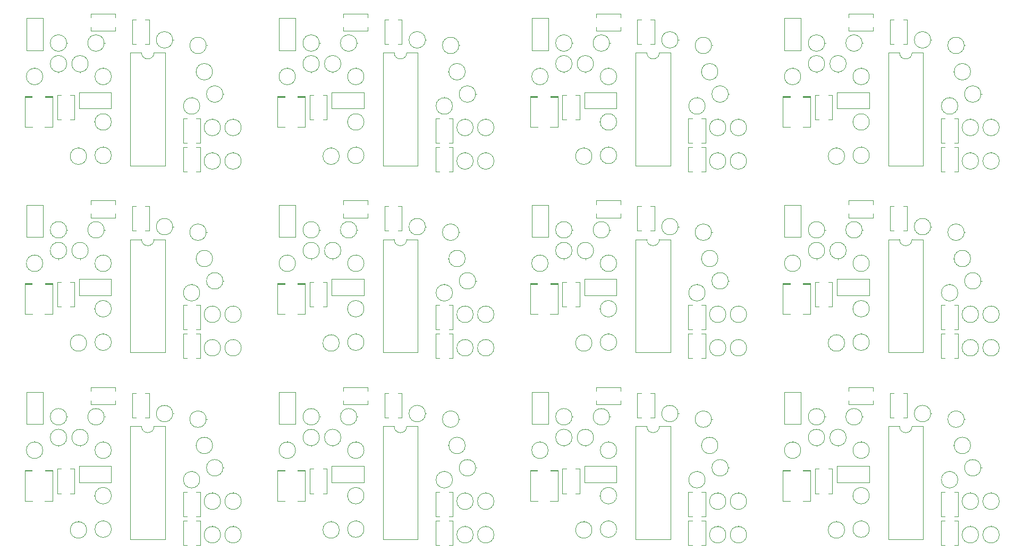
<source format=gbr>
G04 #@! TF.FileFunction,Legend,Top*
%FSLAX46Y46*%
G04 Gerber Fmt 4.6, Leading zero omitted, Abs format (unit mm)*
G04 Created by KiCad (PCBNEW 4.0.6-e0-6349~53~ubuntu16.04.1) date Sat Mar 11 21:42:00 2017*
%MOMM*%
%LPD*%
G01*
G04 APERTURE LIST*
%ADD10C,0.100000*%
%ADD11C,0.120000*%
G04 APERTURE END LIST*
D10*
D11*
X142959920Y-87669300D02*
X142959920Y-91589300D01*
X140239920Y-87669300D02*
X140239920Y-91589300D01*
X142959920Y-87669300D02*
X142349920Y-87669300D01*
X140849920Y-87669300D02*
X140239920Y-87669300D01*
X142959920Y-91589300D02*
X142349920Y-91589300D01*
X140849920Y-91589300D02*
X140239920Y-91589300D01*
X135336920Y-80545300D02*
X135336920Y-75425300D01*
X137956920Y-80545300D02*
X137956920Y-75425300D01*
X135336920Y-80545300D02*
X137956920Y-80545300D01*
X135336920Y-75425300D02*
X137956920Y-75425300D01*
X143718920Y-87196300D02*
X148838920Y-87196300D01*
X143718920Y-89816300D02*
X148838920Y-89816300D01*
X143718920Y-87196300D02*
X143718920Y-89816300D01*
X148838920Y-87196300D02*
X148838920Y-89816300D01*
X165007920Y-83934300D02*
G75*
G03X165007920Y-83934300I-1310000J0D01*
G01*
X162387920Y-83934300D02*
X162257920Y-83934300D01*
X163991920Y-79743300D02*
G75*
G03X163991920Y-79743300I-1310000J0D01*
G01*
X163991920Y-79743300D02*
X164121920Y-79743300D01*
X158657920Y-78854300D02*
G75*
G03X158657920Y-78854300I-1310000J0D01*
G01*
X158657920Y-78854300D02*
X158787920Y-78854300D01*
X166658920Y-87490300D02*
G75*
G03X166658920Y-87490300I-1310000J0D01*
G01*
X166658920Y-87490300D02*
X166788920Y-87490300D01*
X166277920Y-98158300D02*
G75*
G03X166277920Y-98158300I-1310000J0D01*
G01*
X164967920Y-96848300D02*
X164967920Y-96718300D01*
X169579920Y-92824300D02*
G75*
G03X169579920Y-92824300I-1310000J0D01*
G01*
X168269920Y-91514300D02*
X168269920Y-91384300D01*
X162975920Y-89395300D02*
G75*
G03X162975920Y-89395300I-1310000J0D01*
G01*
X161665920Y-88085300D02*
X161665920Y-87955300D01*
X166277920Y-92824300D02*
G75*
G03X166277920Y-92824300I-1310000J0D01*
G01*
X164967920Y-91514300D02*
X164967920Y-91384300D01*
X169579920Y-98158300D02*
G75*
G03X169579920Y-98158300I-1310000J0D01*
G01*
X168269920Y-96848300D02*
X168269920Y-96718300D01*
X148878920Y-97269300D02*
G75*
G03X148878920Y-97269300I-1310000J0D01*
G01*
X147568920Y-95959300D02*
X147568920Y-95829300D01*
X144941920Y-97396300D02*
G75*
G03X144941920Y-97396300I-1310000J0D01*
G01*
X143631920Y-96086300D02*
X143631920Y-95956300D01*
X148878920Y-91935300D02*
G75*
G03X148878920Y-91935300I-1310000J0D01*
G01*
X146258920Y-91935300D02*
X146128920Y-91935300D01*
X148878920Y-84696300D02*
G75*
G03X148878920Y-84696300I-1310000J0D01*
G01*
X147568920Y-83386300D02*
X147568920Y-83256300D01*
X145195920Y-82664300D02*
G75*
G03X145195920Y-82664300I-1310000J0D01*
G01*
X143885920Y-83974300D02*
X143885920Y-84104300D01*
X147735920Y-79362300D02*
G75*
G03X147735920Y-79362300I-1310000J0D01*
G01*
X147735920Y-79362300D02*
X147865920Y-79362300D01*
X141766920Y-79362300D02*
G75*
G03X141766920Y-79362300I-1310000J0D01*
G01*
X141766920Y-79362300D02*
X141896920Y-79362300D01*
X137956920Y-84696300D02*
G75*
G03X137956920Y-84696300I-1310000J0D01*
G01*
X136646920Y-83386300D02*
X136646920Y-83256300D01*
X141766920Y-82664300D02*
G75*
G03X141766920Y-82664300I-1310000J0D01*
G01*
X140456920Y-83974300D02*
X140456920Y-84104300D01*
X155680920Y-80893300D02*
G75*
G02X153680920Y-80893300I-1000000J0D01*
G01*
X153680920Y-80893300D02*
X151910920Y-80893300D01*
X151910920Y-80893300D02*
X151910920Y-98913300D01*
X151910920Y-98913300D02*
X157450920Y-98913300D01*
X157450920Y-98913300D02*
X157450920Y-80893300D01*
X157450920Y-80893300D02*
X155680920Y-80893300D01*
X136231920Y-87961300D02*
X135081920Y-87961300D01*
X135081920Y-87911300D02*
X136231920Y-87911300D01*
X136231920Y-87861300D02*
X135081920Y-87861300D01*
X138331920Y-87861300D02*
X139481920Y-87861300D01*
X139481920Y-87961300D02*
X138331920Y-87961300D01*
X139481920Y-87911300D02*
X138331920Y-87911300D01*
X138331920Y-88011300D02*
X139481920Y-88011300D01*
X136281920Y-92761300D02*
X135081920Y-92761300D01*
X135081920Y-92761300D02*
X135081920Y-88011300D01*
X135081920Y-88011300D02*
X136231920Y-88011300D01*
X139481920Y-88011300D02*
X139481920Y-92761300D01*
X139481920Y-92761300D02*
X138281920Y-92761300D01*
X163025920Y-91352300D02*
X163025920Y-95272300D01*
X160305920Y-91352300D02*
X160305920Y-95272300D01*
X163025920Y-91352300D02*
X162415920Y-91352300D01*
X160915920Y-91352300D02*
X160305920Y-91352300D01*
X163025920Y-95272300D02*
X162415920Y-95272300D01*
X160915920Y-95272300D02*
X160305920Y-95272300D01*
X154897920Y-75604300D02*
X154897920Y-79524300D01*
X152177920Y-75604300D02*
X152177920Y-79524300D01*
X154897920Y-75604300D02*
X154287920Y-75604300D01*
X152787920Y-75604300D02*
X152177920Y-75604300D01*
X154897920Y-79524300D02*
X154287920Y-79524300D01*
X152787920Y-79524300D02*
X152177920Y-79524300D01*
X145588920Y-74700300D02*
X149508920Y-74700300D01*
X145588920Y-77420300D02*
X149508920Y-77420300D01*
X145588920Y-74700300D02*
X145588920Y-75310300D01*
X145588920Y-76810300D02*
X145588920Y-77420300D01*
X149508920Y-74700300D02*
X149508920Y-75310300D01*
X149508920Y-76810300D02*
X149508920Y-77420300D01*
X163025920Y-95924300D02*
X163025920Y-99844300D01*
X160305920Y-95924300D02*
X160305920Y-99844300D01*
X163025920Y-95924300D02*
X162415920Y-95924300D01*
X160915920Y-95924300D02*
X160305920Y-95924300D01*
X163025920Y-99844300D02*
X162415920Y-99844300D01*
X160915920Y-99844300D02*
X160305920Y-99844300D01*
X122769460Y-95924300D02*
X122769460Y-99844300D01*
X120049460Y-95924300D02*
X120049460Y-99844300D01*
X122769460Y-95924300D02*
X122159460Y-95924300D01*
X120659460Y-95924300D02*
X120049460Y-95924300D01*
X122769460Y-99844300D02*
X122159460Y-99844300D01*
X120659460Y-99844300D02*
X120049460Y-99844300D01*
X105332460Y-74700300D02*
X109252460Y-74700300D01*
X105332460Y-77420300D02*
X109252460Y-77420300D01*
X105332460Y-74700300D02*
X105332460Y-75310300D01*
X105332460Y-76810300D02*
X105332460Y-77420300D01*
X109252460Y-74700300D02*
X109252460Y-75310300D01*
X109252460Y-76810300D02*
X109252460Y-77420300D01*
X114641460Y-75604300D02*
X114641460Y-79524300D01*
X111921460Y-75604300D02*
X111921460Y-79524300D01*
X114641460Y-75604300D02*
X114031460Y-75604300D01*
X112531460Y-75604300D02*
X111921460Y-75604300D01*
X114641460Y-79524300D02*
X114031460Y-79524300D01*
X112531460Y-79524300D02*
X111921460Y-79524300D01*
X122769460Y-91352300D02*
X122769460Y-95272300D01*
X120049460Y-91352300D02*
X120049460Y-95272300D01*
X122769460Y-91352300D02*
X122159460Y-91352300D01*
X120659460Y-91352300D02*
X120049460Y-91352300D01*
X122769460Y-95272300D02*
X122159460Y-95272300D01*
X120659460Y-95272300D02*
X120049460Y-95272300D01*
X95975460Y-87961300D02*
X94825460Y-87961300D01*
X94825460Y-87911300D02*
X95975460Y-87911300D01*
X95975460Y-87861300D02*
X94825460Y-87861300D01*
X98075460Y-87861300D02*
X99225460Y-87861300D01*
X99225460Y-87961300D02*
X98075460Y-87961300D01*
X99225460Y-87911300D02*
X98075460Y-87911300D01*
X98075460Y-88011300D02*
X99225460Y-88011300D01*
X96025460Y-92761300D02*
X94825460Y-92761300D01*
X94825460Y-92761300D02*
X94825460Y-88011300D01*
X94825460Y-88011300D02*
X95975460Y-88011300D01*
X99225460Y-88011300D02*
X99225460Y-92761300D01*
X99225460Y-92761300D02*
X98025460Y-92761300D01*
X115424460Y-80893300D02*
G75*
G02X113424460Y-80893300I-1000000J0D01*
G01*
X113424460Y-80893300D02*
X111654460Y-80893300D01*
X111654460Y-80893300D02*
X111654460Y-98913300D01*
X111654460Y-98913300D02*
X117194460Y-98913300D01*
X117194460Y-98913300D02*
X117194460Y-80893300D01*
X117194460Y-80893300D02*
X115424460Y-80893300D01*
X101510460Y-82664300D02*
G75*
G03X101510460Y-82664300I-1310000J0D01*
G01*
X100200460Y-83974300D02*
X100200460Y-84104300D01*
X97700460Y-84696300D02*
G75*
G03X97700460Y-84696300I-1310000J0D01*
G01*
X96390460Y-83386300D02*
X96390460Y-83256300D01*
X101510460Y-79362300D02*
G75*
G03X101510460Y-79362300I-1310000J0D01*
G01*
X101510460Y-79362300D02*
X101640460Y-79362300D01*
X107479460Y-79362300D02*
G75*
G03X107479460Y-79362300I-1310000J0D01*
G01*
X107479460Y-79362300D02*
X107609460Y-79362300D01*
X104939460Y-82664300D02*
G75*
G03X104939460Y-82664300I-1310000J0D01*
G01*
X103629460Y-83974300D02*
X103629460Y-84104300D01*
X108622460Y-84696300D02*
G75*
G03X108622460Y-84696300I-1310000J0D01*
G01*
X107312460Y-83386300D02*
X107312460Y-83256300D01*
X108622460Y-91935300D02*
G75*
G03X108622460Y-91935300I-1310000J0D01*
G01*
X106002460Y-91935300D02*
X105872460Y-91935300D01*
X104685460Y-97396300D02*
G75*
G03X104685460Y-97396300I-1310000J0D01*
G01*
X103375460Y-96086300D02*
X103375460Y-95956300D01*
X108622460Y-97269300D02*
G75*
G03X108622460Y-97269300I-1310000J0D01*
G01*
X107312460Y-95959300D02*
X107312460Y-95829300D01*
X129323460Y-98158300D02*
G75*
G03X129323460Y-98158300I-1310000J0D01*
G01*
X128013460Y-96848300D02*
X128013460Y-96718300D01*
X126021460Y-92824300D02*
G75*
G03X126021460Y-92824300I-1310000J0D01*
G01*
X124711460Y-91514300D02*
X124711460Y-91384300D01*
X122719460Y-89395300D02*
G75*
G03X122719460Y-89395300I-1310000J0D01*
G01*
X121409460Y-88085300D02*
X121409460Y-87955300D01*
X129323460Y-92824300D02*
G75*
G03X129323460Y-92824300I-1310000J0D01*
G01*
X128013460Y-91514300D02*
X128013460Y-91384300D01*
X126021460Y-98158300D02*
G75*
G03X126021460Y-98158300I-1310000J0D01*
G01*
X124711460Y-96848300D02*
X124711460Y-96718300D01*
X126402460Y-87490300D02*
G75*
G03X126402460Y-87490300I-1310000J0D01*
G01*
X126402460Y-87490300D02*
X126532460Y-87490300D01*
X118401460Y-78854300D02*
G75*
G03X118401460Y-78854300I-1310000J0D01*
G01*
X118401460Y-78854300D02*
X118531460Y-78854300D01*
X123735460Y-79743300D02*
G75*
G03X123735460Y-79743300I-1310000J0D01*
G01*
X123735460Y-79743300D02*
X123865460Y-79743300D01*
X124751460Y-83934300D02*
G75*
G03X124751460Y-83934300I-1310000J0D01*
G01*
X122131460Y-83934300D02*
X122001460Y-83934300D01*
X103462460Y-87196300D02*
X108582460Y-87196300D01*
X103462460Y-89816300D02*
X108582460Y-89816300D01*
X103462460Y-87196300D02*
X103462460Y-89816300D01*
X108582460Y-87196300D02*
X108582460Y-89816300D01*
X95080460Y-80545300D02*
X95080460Y-75425300D01*
X97700460Y-80545300D02*
X97700460Y-75425300D01*
X95080460Y-80545300D02*
X97700460Y-80545300D01*
X95080460Y-75425300D02*
X97700460Y-75425300D01*
X102703460Y-87669300D02*
X102703460Y-91589300D01*
X99983460Y-87669300D02*
X99983460Y-91589300D01*
X102703460Y-87669300D02*
X102093460Y-87669300D01*
X100593460Y-87669300D02*
X99983460Y-87669300D01*
X102703460Y-91589300D02*
X102093460Y-91589300D01*
X100593460Y-91589300D02*
X99983460Y-91589300D01*
X62447000Y-87669300D02*
X62447000Y-91589300D01*
X59727000Y-87669300D02*
X59727000Y-91589300D01*
X62447000Y-87669300D02*
X61837000Y-87669300D01*
X60337000Y-87669300D02*
X59727000Y-87669300D01*
X62447000Y-91589300D02*
X61837000Y-91589300D01*
X60337000Y-91589300D02*
X59727000Y-91589300D01*
X54824000Y-80545300D02*
X54824000Y-75425300D01*
X57444000Y-80545300D02*
X57444000Y-75425300D01*
X54824000Y-80545300D02*
X57444000Y-80545300D01*
X54824000Y-75425300D02*
X57444000Y-75425300D01*
X63206000Y-87196300D02*
X68326000Y-87196300D01*
X63206000Y-89816300D02*
X68326000Y-89816300D01*
X63206000Y-87196300D02*
X63206000Y-89816300D01*
X68326000Y-87196300D02*
X68326000Y-89816300D01*
X84495000Y-83934300D02*
G75*
G03X84495000Y-83934300I-1310000J0D01*
G01*
X81875000Y-83934300D02*
X81745000Y-83934300D01*
X83479000Y-79743300D02*
G75*
G03X83479000Y-79743300I-1310000J0D01*
G01*
X83479000Y-79743300D02*
X83609000Y-79743300D01*
X78145000Y-78854300D02*
G75*
G03X78145000Y-78854300I-1310000J0D01*
G01*
X78145000Y-78854300D02*
X78275000Y-78854300D01*
X86146000Y-87490300D02*
G75*
G03X86146000Y-87490300I-1310000J0D01*
G01*
X86146000Y-87490300D02*
X86276000Y-87490300D01*
X85765000Y-98158300D02*
G75*
G03X85765000Y-98158300I-1310000J0D01*
G01*
X84455000Y-96848300D02*
X84455000Y-96718300D01*
X89067000Y-92824300D02*
G75*
G03X89067000Y-92824300I-1310000J0D01*
G01*
X87757000Y-91514300D02*
X87757000Y-91384300D01*
X82463000Y-89395300D02*
G75*
G03X82463000Y-89395300I-1310000J0D01*
G01*
X81153000Y-88085300D02*
X81153000Y-87955300D01*
X85765000Y-92824300D02*
G75*
G03X85765000Y-92824300I-1310000J0D01*
G01*
X84455000Y-91514300D02*
X84455000Y-91384300D01*
X89067000Y-98158300D02*
G75*
G03X89067000Y-98158300I-1310000J0D01*
G01*
X87757000Y-96848300D02*
X87757000Y-96718300D01*
X68366000Y-97269300D02*
G75*
G03X68366000Y-97269300I-1310000J0D01*
G01*
X67056000Y-95959300D02*
X67056000Y-95829300D01*
X64429000Y-97396300D02*
G75*
G03X64429000Y-97396300I-1310000J0D01*
G01*
X63119000Y-96086300D02*
X63119000Y-95956300D01*
X68366000Y-91935300D02*
G75*
G03X68366000Y-91935300I-1310000J0D01*
G01*
X65746000Y-91935300D02*
X65616000Y-91935300D01*
X68366000Y-84696300D02*
G75*
G03X68366000Y-84696300I-1310000J0D01*
G01*
X67056000Y-83386300D02*
X67056000Y-83256300D01*
X64683000Y-82664300D02*
G75*
G03X64683000Y-82664300I-1310000J0D01*
G01*
X63373000Y-83974300D02*
X63373000Y-84104300D01*
X67223000Y-79362300D02*
G75*
G03X67223000Y-79362300I-1310000J0D01*
G01*
X67223000Y-79362300D02*
X67353000Y-79362300D01*
X61254000Y-79362300D02*
G75*
G03X61254000Y-79362300I-1310000J0D01*
G01*
X61254000Y-79362300D02*
X61384000Y-79362300D01*
X57444000Y-84696300D02*
G75*
G03X57444000Y-84696300I-1310000J0D01*
G01*
X56134000Y-83386300D02*
X56134000Y-83256300D01*
X61254000Y-82664300D02*
G75*
G03X61254000Y-82664300I-1310000J0D01*
G01*
X59944000Y-83974300D02*
X59944000Y-84104300D01*
X75168000Y-80893300D02*
G75*
G02X73168000Y-80893300I-1000000J0D01*
G01*
X73168000Y-80893300D02*
X71398000Y-80893300D01*
X71398000Y-80893300D02*
X71398000Y-98913300D01*
X71398000Y-98913300D02*
X76938000Y-98913300D01*
X76938000Y-98913300D02*
X76938000Y-80893300D01*
X76938000Y-80893300D02*
X75168000Y-80893300D01*
X55719000Y-87961300D02*
X54569000Y-87961300D01*
X54569000Y-87911300D02*
X55719000Y-87911300D01*
X55719000Y-87861300D02*
X54569000Y-87861300D01*
X57819000Y-87861300D02*
X58969000Y-87861300D01*
X58969000Y-87961300D02*
X57819000Y-87961300D01*
X58969000Y-87911300D02*
X57819000Y-87911300D01*
X57819000Y-88011300D02*
X58969000Y-88011300D01*
X55769000Y-92761300D02*
X54569000Y-92761300D01*
X54569000Y-92761300D02*
X54569000Y-88011300D01*
X54569000Y-88011300D02*
X55719000Y-88011300D01*
X58969000Y-88011300D02*
X58969000Y-92761300D01*
X58969000Y-92761300D02*
X57769000Y-92761300D01*
X82513000Y-91352300D02*
X82513000Y-95272300D01*
X79793000Y-91352300D02*
X79793000Y-95272300D01*
X82513000Y-91352300D02*
X81903000Y-91352300D01*
X80403000Y-91352300D02*
X79793000Y-91352300D01*
X82513000Y-95272300D02*
X81903000Y-95272300D01*
X80403000Y-95272300D02*
X79793000Y-95272300D01*
X74385000Y-75604300D02*
X74385000Y-79524300D01*
X71665000Y-75604300D02*
X71665000Y-79524300D01*
X74385000Y-75604300D02*
X73775000Y-75604300D01*
X72275000Y-75604300D02*
X71665000Y-75604300D01*
X74385000Y-79524300D02*
X73775000Y-79524300D01*
X72275000Y-79524300D02*
X71665000Y-79524300D01*
X65076000Y-74700300D02*
X68996000Y-74700300D01*
X65076000Y-77420300D02*
X68996000Y-77420300D01*
X65076000Y-74700300D02*
X65076000Y-75310300D01*
X65076000Y-76810300D02*
X65076000Y-77420300D01*
X68996000Y-74700300D02*
X68996000Y-75310300D01*
X68996000Y-76810300D02*
X68996000Y-77420300D01*
X82513000Y-95924300D02*
X82513000Y-99844300D01*
X79793000Y-95924300D02*
X79793000Y-99844300D01*
X82513000Y-95924300D02*
X81903000Y-95924300D01*
X80403000Y-95924300D02*
X79793000Y-95924300D01*
X82513000Y-99844300D02*
X81903000Y-99844300D01*
X80403000Y-99844300D02*
X79793000Y-99844300D01*
X42254000Y-95924300D02*
X42254000Y-99844300D01*
X39534000Y-95924300D02*
X39534000Y-99844300D01*
X42254000Y-95924300D02*
X41644000Y-95924300D01*
X40144000Y-95924300D02*
X39534000Y-95924300D01*
X42254000Y-99844300D02*
X41644000Y-99844300D01*
X40144000Y-99844300D02*
X39534000Y-99844300D01*
X24817000Y-74700300D02*
X28737000Y-74700300D01*
X24817000Y-77420300D02*
X28737000Y-77420300D01*
X24817000Y-74700300D02*
X24817000Y-75310300D01*
X24817000Y-76810300D02*
X24817000Y-77420300D01*
X28737000Y-74700300D02*
X28737000Y-75310300D01*
X28737000Y-76810300D02*
X28737000Y-77420300D01*
X34126000Y-75604300D02*
X34126000Y-79524300D01*
X31406000Y-75604300D02*
X31406000Y-79524300D01*
X34126000Y-75604300D02*
X33516000Y-75604300D01*
X32016000Y-75604300D02*
X31406000Y-75604300D01*
X34126000Y-79524300D02*
X33516000Y-79524300D01*
X32016000Y-79524300D02*
X31406000Y-79524300D01*
X42254000Y-91352300D02*
X42254000Y-95272300D01*
X39534000Y-91352300D02*
X39534000Y-95272300D01*
X42254000Y-91352300D02*
X41644000Y-91352300D01*
X40144000Y-91352300D02*
X39534000Y-91352300D01*
X42254000Y-95272300D02*
X41644000Y-95272300D01*
X40144000Y-95272300D02*
X39534000Y-95272300D01*
X15460000Y-87961300D02*
X14310000Y-87961300D01*
X14310000Y-87911300D02*
X15460000Y-87911300D01*
X15460000Y-87861300D02*
X14310000Y-87861300D01*
X17560000Y-87861300D02*
X18710000Y-87861300D01*
X18710000Y-87961300D02*
X17560000Y-87961300D01*
X18710000Y-87911300D02*
X17560000Y-87911300D01*
X17560000Y-88011300D02*
X18710000Y-88011300D01*
X15510000Y-92761300D02*
X14310000Y-92761300D01*
X14310000Y-92761300D02*
X14310000Y-88011300D01*
X14310000Y-88011300D02*
X15460000Y-88011300D01*
X18710000Y-88011300D02*
X18710000Y-92761300D01*
X18710000Y-92761300D02*
X17510000Y-92761300D01*
X34909000Y-80893300D02*
G75*
G02X32909000Y-80893300I-1000000J0D01*
G01*
X32909000Y-80893300D02*
X31139000Y-80893300D01*
X31139000Y-80893300D02*
X31139000Y-98913300D01*
X31139000Y-98913300D02*
X36679000Y-98913300D01*
X36679000Y-98913300D02*
X36679000Y-80893300D01*
X36679000Y-80893300D02*
X34909000Y-80893300D01*
X20995000Y-82664300D02*
G75*
G03X20995000Y-82664300I-1310000J0D01*
G01*
X19685000Y-83974300D02*
X19685000Y-84104300D01*
X17185000Y-84696300D02*
G75*
G03X17185000Y-84696300I-1310000J0D01*
G01*
X15875000Y-83386300D02*
X15875000Y-83256300D01*
X20995000Y-79362300D02*
G75*
G03X20995000Y-79362300I-1310000J0D01*
G01*
X20995000Y-79362300D02*
X21125000Y-79362300D01*
X26964000Y-79362300D02*
G75*
G03X26964000Y-79362300I-1310000J0D01*
G01*
X26964000Y-79362300D02*
X27094000Y-79362300D01*
X24424000Y-82664300D02*
G75*
G03X24424000Y-82664300I-1310000J0D01*
G01*
X23114000Y-83974300D02*
X23114000Y-84104300D01*
X28107000Y-84696300D02*
G75*
G03X28107000Y-84696300I-1310000J0D01*
G01*
X26797000Y-83386300D02*
X26797000Y-83256300D01*
X28107000Y-91935300D02*
G75*
G03X28107000Y-91935300I-1310000J0D01*
G01*
X25487000Y-91935300D02*
X25357000Y-91935300D01*
X24170000Y-97396300D02*
G75*
G03X24170000Y-97396300I-1310000J0D01*
G01*
X22860000Y-96086300D02*
X22860000Y-95956300D01*
X28107000Y-97269300D02*
G75*
G03X28107000Y-97269300I-1310000J0D01*
G01*
X26797000Y-95959300D02*
X26797000Y-95829300D01*
X48808000Y-98158300D02*
G75*
G03X48808000Y-98158300I-1310000J0D01*
G01*
X47498000Y-96848300D02*
X47498000Y-96718300D01*
X45506000Y-92824300D02*
G75*
G03X45506000Y-92824300I-1310000J0D01*
G01*
X44196000Y-91514300D02*
X44196000Y-91384300D01*
X42204000Y-89395300D02*
G75*
G03X42204000Y-89395300I-1310000J0D01*
G01*
X40894000Y-88085300D02*
X40894000Y-87955300D01*
X48808000Y-92824300D02*
G75*
G03X48808000Y-92824300I-1310000J0D01*
G01*
X47498000Y-91514300D02*
X47498000Y-91384300D01*
X45506000Y-98158300D02*
G75*
G03X45506000Y-98158300I-1310000J0D01*
G01*
X44196000Y-96848300D02*
X44196000Y-96718300D01*
X45887000Y-87490300D02*
G75*
G03X45887000Y-87490300I-1310000J0D01*
G01*
X45887000Y-87490300D02*
X46017000Y-87490300D01*
X37886000Y-78854300D02*
G75*
G03X37886000Y-78854300I-1310000J0D01*
G01*
X37886000Y-78854300D02*
X38016000Y-78854300D01*
X43220000Y-79743300D02*
G75*
G03X43220000Y-79743300I-1310000J0D01*
G01*
X43220000Y-79743300D02*
X43350000Y-79743300D01*
X44236000Y-83934300D02*
G75*
G03X44236000Y-83934300I-1310000J0D01*
G01*
X41616000Y-83934300D02*
X41486000Y-83934300D01*
X22947000Y-87196300D02*
X28067000Y-87196300D01*
X22947000Y-89816300D02*
X28067000Y-89816300D01*
X22947000Y-87196300D02*
X22947000Y-89816300D01*
X28067000Y-87196300D02*
X28067000Y-89816300D01*
X14565000Y-80545300D02*
X14565000Y-75425300D01*
X17185000Y-80545300D02*
X17185000Y-75425300D01*
X14565000Y-80545300D02*
X17185000Y-80545300D01*
X14565000Y-75425300D02*
X17185000Y-75425300D01*
X22188000Y-87669300D02*
X22188000Y-91589300D01*
X19468000Y-87669300D02*
X19468000Y-91589300D01*
X22188000Y-87669300D02*
X21578000Y-87669300D01*
X20078000Y-87669300D02*
X19468000Y-87669300D01*
X22188000Y-91589300D02*
X21578000Y-91589300D01*
X20078000Y-91589300D02*
X19468000Y-91589300D01*
X22188000Y-57882720D02*
X22188000Y-61802720D01*
X19468000Y-57882720D02*
X19468000Y-61802720D01*
X22188000Y-57882720D02*
X21578000Y-57882720D01*
X20078000Y-57882720D02*
X19468000Y-57882720D01*
X22188000Y-61802720D02*
X21578000Y-61802720D01*
X20078000Y-61802720D02*
X19468000Y-61802720D01*
X14565000Y-50758720D02*
X14565000Y-45638720D01*
X17185000Y-50758720D02*
X17185000Y-45638720D01*
X14565000Y-50758720D02*
X17185000Y-50758720D01*
X14565000Y-45638720D02*
X17185000Y-45638720D01*
X22947000Y-57409720D02*
X28067000Y-57409720D01*
X22947000Y-60029720D02*
X28067000Y-60029720D01*
X22947000Y-57409720D02*
X22947000Y-60029720D01*
X28067000Y-57409720D02*
X28067000Y-60029720D01*
X44236000Y-54147720D02*
G75*
G03X44236000Y-54147720I-1310000J0D01*
G01*
X41616000Y-54147720D02*
X41486000Y-54147720D01*
X43220000Y-49956720D02*
G75*
G03X43220000Y-49956720I-1310000J0D01*
G01*
X43220000Y-49956720D02*
X43350000Y-49956720D01*
X37886000Y-49067720D02*
G75*
G03X37886000Y-49067720I-1310000J0D01*
G01*
X37886000Y-49067720D02*
X38016000Y-49067720D01*
X45887000Y-57703720D02*
G75*
G03X45887000Y-57703720I-1310000J0D01*
G01*
X45887000Y-57703720D02*
X46017000Y-57703720D01*
X45506000Y-68371720D02*
G75*
G03X45506000Y-68371720I-1310000J0D01*
G01*
X44196000Y-67061720D02*
X44196000Y-66931720D01*
X48808000Y-63037720D02*
G75*
G03X48808000Y-63037720I-1310000J0D01*
G01*
X47498000Y-61727720D02*
X47498000Y-61597720D01*
X42204000Y-59608720D02*
G75*
G03X42204000Y-59608720I-1310000J0D01*
G01*
X40894000Y-58298720D02*
X40894000Y-58168720D01*
X45506000Y-63037720D02*
G75*
G03X45506000Y-63037720I-1310000J0D01*
G01*
X44196000Y-61727720D02*
X44196000Y-61597720D01*
X48808000Y-68371720D02*
G75*
G03X48808000Y-68371720I-1310000J0D01*
G01*
X47498000Y-67061720D02*
X47498000Y-66931720D01*
X28107000Y-67482720D02*
G75*
G03X28107000Y-67482720I-1310000J0D01*
G01*
X26797000Y-66172720D02*
X26797000Y-66042720D01*
X24170000Y-67609720D02*
G75*
G03X24170000Y-67609720I-1310000J0D01*
G01*
X22860000Y-66299720D02*
X22860000Y-66169720D01*
X28107000Y-62148720D02*
G75*
G03X28107000Y-62148720I-1310000J0D01*
G01*
X25487000Y-62148720D02*
X25357000Y-62148720D01*
X28107000Y-54909720D02*
G75*
G03X28107000Y-54909720I-1310000J0D01*
G01*
X26797000Y-53599720D02*
X26797000Y-53469720D01*
X24424000Y-52877720D02*
G75*
G03X24424000Y-52877720I-1310000J0D01*
G01*
X23114000Y-54187720D02*
X23114000Y-54317720D01*
X26964000Y-49575720D02*
G75*
G03X26964000Y-49575720I-1310000J0D01*
G01*
X26964000Y-49575720D02*
X27094000Y-49575720D01*
X20995000Y-49575720D02*
G75*
G03X20995000Y-49575720I-1310000J0D01*
G01*
X20995000Y-49575720D02*
X21125000Y-49575720D01*
X17185000Y-54909720D02*
G75*
G03X17185000Y-54909720I-1310000J0D01*
G01*
X15875000Y-53599720D02*
X15875000Y-53469720D01*
X20995000Y-52877720D02*
G75*
G03X20995000Y-52877720I-1310000J0D01*
G01*
X19685000Y-54187720D02*
X19685000Y-54317720D01*
X34909000Y-51106720D02*
G75*
G02X32909000Y-51106720I-1000000J0D01*
G01*
X32909000Y-51106720D02*
X31139000Y-51106720D01*
X31139000Y-51106720D02*
X31139000Y-69126720D01*
X31139000Y-69126720D02*
X36679000Y-69126720D01*
X36679000Y-69126720D02*
X36679000Y-51106720D01*
X36679000Y-51106720D02*
X34909000Y-51106720D01*
X15460000Y-58174720D02*
X14310000Y-58174720D01*
X14310000Y-58124720D02*
X15460000Y-58124720D01*
X15460000Y-58074720D02*
X14310000Y-58074720D01*
X17560000Y-58074720D02*
X18710000Y-58074720D01*
X18710000Y-58174720D02*
X17560000Y-58174720D01*
X18710000Y-58124720D02*
X17560000Y-58124720D01*
X17560000Y-58224720D02*
X18710000Y-58224720D01*
X15510000Y-62974720D02*
X14310000Y-62974720D01*
X14310000Y-62974720D02*
X14310000Y-58224720D01*
X14310000Y-58224720D02*
X15460000Y-58224720D01*
X18710000Y-58224720D02*
X18710000Y-62974720D01*
X18710000Y-62974720D02*
X17510000Y-62974720D01*
X42254000Y-61565720D02*
X42254000Y-65485720D01*
X39534000Y-61565720D02*
X39534000Y-65485720D01*
X42254000Y-61565720D02*
X41644000Y-61565720D01*
X40144000Y-61565720D02*
X39534000Y-61565720D01*
X42254000Y-65485720D02*
X41644000Y-65485720D01*
X40144000Y-65485720D02*
X39534000Y-65485720D01*
X34126000Y-45817720D02*
X34126000Y-49737720D01*
X31406000Y-45817720D02*
X31406000Y-49737720D01*
X34126000Y-45817720D02*
X33516000Y-45817720D01*
X32016000Y-45817720D02*
X31406000Y-45817720D01*
X34126000Y-49737720D02*
X33516000Y-49737720D01*
X32016000Y-49737720D02*
X31406000Y-49737720D01*
X24817000Y-44913720D02*
X28737000Y-44913720D01*
X24817000Y-47633720D02*
X28737000Y-47633720D01*
X24817000Y-44913720D02*
X24817000Y-45523720D01*
X24817000Y-47023720D02*
X24817000Y-47633720D01*
X28737000Y-44913720D02*
X28737000Y-45523720D01*
X28737000Y-47023720D02*
X28737000Y-47633720D01*
X42254000Y-66137720D02*
X42254000Y-70057720D01*
X39534000Y-66137720D02*
X39534000Y-70057720D01*
X42254000Y-66137720D02*
X41644000Y-66137720D01*
X40144000Y-66137720D02*
X39534000Y-66137720D01*
X42254000Y-70057720D02*
X41644000Y-70057720D01*
X40144000Y-70057720D02*
X39534000Y-70057720D01*
X82513000Y-66137720D02*
X82513000Y-70057720D01*
X79793000Y-66137720D02*
X79793000Y-70057720D01*
X82513000Y-66137720D02*
X81903000Y-66137720D01*
X80403000Y-66137720D02*
X79793000Y-66137720D01*
X82513000Y-70057720D02*
X81903000Y-70057720D01*
X80403000Y-70057720D02*
X79793000Y-70057720D01*
X65076000Y-44913720D02*
X68996000Y-44913720D01*
X65076000Y-47633720D02*
X68996000Y-47633720D01*
X65076000Y-44913720D02*
X65076000Y-45523720D01*
X65076000Y-47023720D02*
X65076000Y-47633720D01*
X68996000Y-44913720D02*
X68996000Y-45523720D01*
X68996000Y-47023720D02*
X68996000Y-47633720D01*
X74385000Y-45817720D02*
X74385000Y-49737720D01*
X71665000Y-45817720D02*
X71665000Y-49737720D01*
X74385000Y-45817720D02*
X73775000Y-45817720D01*
X72275000Y-45817720D02*
X71665000Y-45817720D01*
X74385000Y-49737720D02*
X73775000Y-49737720D01*
X72275000Y-49737720D02*
X71665000Y-49737720D01*
X82513000Y-61565720D02*
X82513000Y-65485720D01*
X79793000Y-61565720D02*
X79793000Y-65485720D01*
X82513000Y-61565720D02*
X81903000Y-61565720D01*
X80403000Y-61565720D02*
X79793000Y-61565720D01*
X82513000Y-65485720D02*
X81903000Y-65485720D01*
X80403000Y-65485720D02*
X79793000Y-65485720D01*
X55719000Y-58174720D02*
X54569000Y-58174720D01*
X54569000Y-58124720D02*
X55719000Y-58124720D01*
X55719000Y-58074720D02*
X54569000Y-58074720D01*
X57819000Y-58074720D02*
X58969000Y-58074720D01*
X58969000Y-58174720D02*
X57819000Y-58174720D01*
X58969000Y-58124720D02*
X57819000Y-58124720D01*
X57819000Y-58224720D02*
X58969000Y-58224720D01*
X55769000Y-62974720D02*
X54569000Y-62974720D01*
X54569000Y-62974720D02*
X54569000Y-58224720D01*
X54569000Y-58224720D02*
X55719000Y-58224720D01*
X58969000Y-58224720D02*
X58969000Y-62974720D01*
X58969000Y-62974720D02*
X57769000Y-62974720D01*
X75168000Y-51106720D02*
G75*
G02X73168000Y-51106720I-1000000J0D01*
G01*
X73168000Y-51106720D02*
X71398000Y-51106720D01*
X71398000Y-51106720D02*
X71398000Y-69126720D01*
X71398000Y-69126720D02*
X76938000Y-69126720D01*
X76938000Y-69126720D02*
X76938000Y-51106720D01*
X76938000Y-51106720D02*
X75168000Y-51106720D01*
X61254000Y-52877720D02*
G75*
G03X61254000Y-52877720I-1310000J0D01*
G01*
X59944000Y-54187720D02*
X59944000Y-54317720D01*
X57444000Y-54909720D02*
G75*
G03X57444000Y-54909720I-1310000J0D01*
G01*
X56134000Y-53599720D02*
X56134000Y-53469720D01*
X61254000Y-49575720D02*
G75*
G03X61254000Y-49575720I-1310000J0D01*
G01*
X61254000Y-49575720D02*
X61384000Y-49575720D01*
X67223000Y-49575720D02*
G75*
G03X67223000Y-49575720I-1310000J0D01*
G01*
X67223000Y-49575720D02*
X67353000Y-49575720D01*
X64683000Y-52877720D02*
G75*
G03X64683000Y-52877720I-1310000J0D01*
G01*
X63373000Y-54187720D02*
X63373000Y-54317720D01*
X68366000Y-54909720D02*
G75*
G03X68366000Y-54909720I-1310000J0D01*
G01*
X67056000Y-53599720D02*
X67056000Y-53469720D01*
X68366000Y-62148720D02*
G75*
G03X68366000Y-62148720I-1310000J0D01*
G01*
X65746000Y-62148720D02*
X65616000Y-62148720D01*
X64429000Y-67609720D02*
G75*
G03X64429000Y-67609720I-1310000J0D01*
G01*
X63119000Y-66299720D02*
X63119000Y-66169720D01*
X68366000Y-67482720D02*
G75*
G03X68366000Y-67482720I-1310000J0D01*
G01*
X67056000Y-66172720D02*
X67056000Y-66042720D01*
X89067000Y-68371720D02*
G75*
G03X89067000Y-68371720I-1310000J0D01*
G01*
X87757000Y-67061720D02*
X87757000Y-66931720D01*
X85765000Y-63037720D02*
G75*
G03X85765000Y-63037720I-1310000J0D01*
G01*
X84455000Y-61727720D02*
X84455000Y-61597720D01*
X82463000Y-59608720D02*
G75*
G03X82463000Y-59608720I-1310000J0D01*
G01*
X81153000Y-58298720D02*
X81153000Y-58168720D01*
X89067000Y-63037720D02*
G75*
G03X89067000Y-63037720I-1310000J0D01*
G01*
X87757000Y-61727720D02*
X87757000Y-61597720D01*
X85765000Y-68371720D02*
G75*
G03X85765000Y-68371720I-1310000J0D01*
G01*
X84455000Y-67061720D02*
X84455000Y-66931720D01*
X86146000Y-57703720D02*
G75*
G03X86146000Y-57703720I-1310000J0D01*
G01*
X86146000Y-57703720D02*
X86276000Y-57703720D01*
X78145000Y-49067720D02*
G75*
G03X78145000Y-49067720I-1310000J0D01*
G01*
X78145000Y-49067720D02*
X78275000Y-49067720D01*
X83479000Y-49956720D02*
G75*
G03X83479000Y-49956720I-1310000J0D01*
G01*
X83479000Y-49956720D02*
X83609000Y-49956720D01*
X84495000Y-54147720D02*
G75*
G03X84495000Y-54147720I-1310000J0D01*
G01*
X81875000Y-54147720D02*
X81745000Y-54147720D01*
X63206000Y-57409720D02*
X68326000Y-57409720D01*
X63206000Y-60029720D02*
X68326000Y-60029720D01*
X63206000Y-57409720D02*
X63206000Y-60029720D01*
X68326000Y-57409720D02*
X68326000Y-60029720D01*
X54824000Y-50758720D02*
X54824000Y-45638720D01*
X57444000Y-50758720D02*
X57444000Y-45638720D01*
X54824000Y-50758720D02*
X57444000Y-50758720D01*
X54824000Y-45638720D02*
X57444000Y-45638720D01*
X62447000Y-57882720D02*
X62447000Y-61802720D01*
X59727000Y-57882720D02*
X59727000Y-61802720D01*
X62447000Y-57882720D02*
X61837000Y-57882720D01*
X60337000Y-57882720D02*
X59727000Y-57882720D01*
X62447000Y-61802720D02*
X61837000Y-61802720D01*
X60337000Y-61802720D02*
X59727000Y-61802720D01*
X102703460Y-57882720D02*
X102703460Y-61802720D01*
X99983460Y-57882720D02*
X99983460Y-61802720D01*
X102703460Y-57882720D02*
X102093460Y-57882720D01*
X100593460Y-57882720D02*
X99983460Y-57882720D01*
X102703460Y-61802720D02*
X102093460Y-61802720D01*
X100593460Y-61802720D02*
X99983460Y-61802720D01*
X95080460Y-50758720D02*
X95080460Y-45638720D01*
X97700460Y-50758720D02*
X97700460Y-45638720D01*
X95080460Y-50758720D02*
X97700460Y-50758720D01*
X95080460Y-45638720D02*
X97700460Y-45638720D01*
X103462460Y-57409720D02*
X108582460Y-57409720D01*
X103462460Y-60029720D02*
X108582460Y-60029720D01*
X103462460Y-57409720D02*
X103462460Y-60029720D01*
X108582460Y-57409720D02*
X108582460Y-60029720D01*
X124751460Y-54147720D02*
G75*
G03X124751460Y-54147720I-1310000J0D01*
G01*
X122131460Y-54147720D02*
X122001460Y-54147720D01*
X123735460Y-49956720D02*
G75*
G03X123735460Y-49956720I-1310000J0D01*
G01*
X123735460Y-49956720D02*
X123865460Y-49956720D01*
X118401460Y-49067720D02*
G75*
G03X118401460Y-49067720I-1310000J0D01*
G01*
X118401460Y-49067720D02*
X118531460Y-49067720D01*
X126402460Y-57703720D02*
G75*
G03X126402460Y-57703720I-1310000J0D01*
G01*
X126402460Y-57703720D02*
X126532460Y-57703720D01*
X126021460Y-68371720D02*
G75*
G03X126021460Y-68371720I-1310000J0D01*
G01*
X124711460Y-67061720D02*
X124711460Y-66931720D01*
X129323460Y-63037720D02*
G75*
G03X129323460Y-63037720I-1310000J0D01*
G01*
X128013460Y-61727720D02*
X128013460Y-61597720D01*
X122719460Y-59608720D02*
G75*
G03X122719460Y-59608720I-1310000J0D01*
G01*
X121409460Y-58298720D02*
X121409460Y-58168720D01*
X126021460Y-63037720D02*
G75*
G03X126021460Y-63037720I-1310000J0D01*
G01*
X124711460Y-61727720D02*
X124711460Y-61597720D01*
X129323460Y-68371720D02*
G75*
G03X129323460Y-68371720I-1310000J0D01*
G01*
X128013460Y-67061720D02*
X128013460Y-66931720D01*
X108622460Y-67482720D02*
G75*
G03X108622460Y-67482720I-1310000J0D01*
G01*
X107312460Y-66172720D02*
X107312460Y-66042720D01*
X104685460Y-67609720D02*
G75*
G03X104685460Y-67609720I-1310000J0D01*
G01*
X103375460Y-66299720D02*
X103375460Y-66169720D01*
X108622460Y-62148720D02*
G75*
G03X108622460Y-62148720I-1310000J0D01*
G01*
X106002460Y-62148720D02*
X105872460Y-62148720D01*
X108622460Y-54909720D02*
G75*
G03X108622460Y-54909720I-1310000J0D01*
G01*
X107312460Y-53599720D02*
X107312460Y-53469720D01*
X104939460Y-52877720D02*
G75*
G03X104939460Y-52877720I-1310000J0D01*
G01*
X103629460Y-54187720D02*
X103629460Y-54317720D01*
X107479460Y-49575720D02*
G75*
G03X107479460Y-49575720I-1310000J0D01*
G01*
X107479460Y-49575720D02*
X107609460Y-49575720D01*
X101510460Y-49575720D02*
G75*
G03X101510460Y-49575720I-1310000J0D01*
G01*
X101510460Y-49575720D02*
X101640460Y-49575720D01*
X97700460Y-54909720D02*
G75*
G03X97700460Y-54909720I-1310000J0D01*
G01*
X96390460Y-53599720D02*
X96390460Y-53469720D01*
X101510460Y-52877720D02*
G75*
G03X101510460Y-52877720I-1310000J0D01*
G01*
X100200460Y-54187720D02*
X100200460Y-54317720D01*
X115424460Y-51106720D02*
G75*
G02X113424460Y-51106720I-1000000J0D01*
G01*
X113424460Y-51106720D02*
X111654460Y-51106720D01*
X111654460Y-51106720D02*
X111654460Y-69126720D01*
X111654460Y-69126720D02*
X117194460Y-69126720D01*
X117194460Y-69126720D02*
X117194460Y-51106720D01*
X117194460Y-51106720D02*
X115424460Y-51106720D01*
X95975460Y-58174720D02*
X94825460Y-58174720D01*
X94825460Y-58124720D02*
X95975460Y-58124720D01*
X95975460Y-58074720D02*
X94825460Y-58074720D01*
X98075460Y-58074720D02*
X99225460Y-58074720D01*
X99225460Y-58174720D02*
X98075460Y-58174720D01*
X99225460Y-58124720D02*
X98075460Y-58124720D01*
X98075460Y-58224720D02*
X99225460Y-58224720D01*
X96025460Y-62974720D02*
X94825460Y-62974720D01*
X94825460Y-62974720D02*
X94825460Y-58224720D01*
X94825460Y-58224720D02*
X95975460Y-58224720D01*
X99225460Y-58224720D02*
X99225460Y-62974720D01*
X99225460Y-62974720D02*
X98025460Y-62974720D01*
X122769460Y-61565720D02*
X122769460Y-65485720D01*
X120049460Y-61565720D02*
X120049460Y-65485720D01*
X122769460Y-61565720D02*
X122159460Y-61565720D01*
X120659460Y-61565720D02*
X120049460Y-61565720D01*
X122769460Y-65485720D02*
X122159460Y-65485720D01*
X120659460Y-65485720D02*
X120049460Y-65485720D01*
X114641460Y-45817720D02*
X114641460Y-49737720D01*
X111921460Y-45817720D02*
X111921460Y-49737720D01*
X114641460Y-45817720D02*
X114031460Y-45817720D01*
X112531460Y-45817720D02*
X111921460Y-45817720D01*
X114641460Y-49737720D02*
X114031460Y-49737720D01*
X112531460Y-49737720D02*
X111921460Y-49737720D01*
X105332460Y-44913720D02*
X109252460Y-44913720D01*
X105332460Y-47633720D02*
X109252460Y-47633720D01*
X105332460Y-44913720D02*
X105332460Y-45523720D01*
X105332460Y-47023720D02*
X105332460Y-47633720D01*
X109252460Y-44913720D02*
X109252460Y-45523720D01*
X109252460Y-47023720D02*
X109252460Y-47633720D01*
X122769460Y-66137720D02*
X122769460Y-70057720D01*
X120049460Y-66137720D02*
X120049460Y-70057720D01*
X122769460Y-66137720D02*
X122159460Y-66137720D01*
X120659460Y-66137720D02*
X120049460Y-66137720D01*
X122769460Y-70057720D02*
X122159460Y-70057720D01*
X120659460Y-70057720D02*
X120049460Y-70057720D01*
X163025920Y-66137720D02*
X163025920Y-70057720D01*
X160305920Y-66137720D02*
X160305920Y-70057720D01*
X163025920Y-66137720D02*
X162415920Y-66137720D01*
X160915920Y-66137720D02*
X160305920Y-66137720D01*
X163025920Y-70057720D02*
X162415920Y-70057720D01*
X160915920Y-70057720D02*
X160305920Y-70057720D01*
X145588920Y-44913720D02*
X149508920Y-44913720D01*
X145588920Y-47633720D02*
X149508920Y-47633720D01*
X145588920Y-44913720D02*
X145588920Y-45523720D01*
X145588920Y-47023720D02*
X145588920Y-47633720D01*
X149508920Y-44913720D02*
X149508920Y-45523720D01*
X149508920Y-47023720D02*
X149508920Y-47633720D01*
X154897920Y-45817720D02*
X154897920Y-49737720D01*
X152177920Y-45817720D02*
X152177920Y-49737720D01*
X154897920Y-45817720D02*
X154287920Y-45817720D01*
X152787920Y-45817720D02*
X152177920Y-45817720D01*
X154897920Y-49737720D02*
X154287920Y-49737720D01*
X152787920Y-49737720D02*
X152177920Y-49737720D01*
X163025920Y-61565720D02*
X163025920Y-65485720D01*
X160305920Y-61565720D02*
X160305920Y-65485720D01*
X163025920Y-61565720D02*
X162415920Y-61565720D01*
X160915920Y-61565720D02*
X160305920Y-61565720D01*
X163025920Y-65485720D02*
X162415920Y-65485720D01*
X160915920Y-65485720D02*
X160305920Y-65485720D01*
X136231920Y-58174720D02*
X135081920Y-58174720D01*
X135081920Y-58124720D02*
X136231920Y-58124720D01*
X136231920Y-58074720D02*
X135081920Y-58074720D01*
X138331920Y-58074720D02*
X139481920Y-58074720D01*
X139481920Y-58174720D02*
X138331920Y-58174720D01*
X139481920Y-58124720D02*
X138331920Y-58124720D01*
X138331920Y-58224720D02*
X139481920Y-58224720D01*
X136281920Y-62974720D02*
X135081920Y-62974720D01*
X135081920Y-62974720D02*
X135081920Y-58224720D01*
X135081920Y-58224720D02*
X136231920Y-58224720D01*
X139481920Y-58224720D02*
X139481920Y-62974720D01*
X139481920Y-62974720D02*
X138281920Y-62974720D01*
X155680920Y-51106720D02*
G75*
G02X153680920Y-51106720I-1000000J0D01*
G01*
X153680920Y-51106720D02*
X151910920Y-51106720D01*
X151910920Y-51106720D02*
X151910920Y-69126720D01*
X151910920Y-69126720D02*
X157450920Y-69126720D01*
X157450920Y-69126720D02*
X157450920Y-51106720D01*
X157450920Y-51106720D02*
X155680920Y-51106720D01*
X141766920Y-52877720D02*
G75*
G03X141766920Y-52877720I-1310000J0D01*
G01*
X140456920Y-54187720D02*
X140456920Y-54317720D01*
X137956920Y-54909720D02*
G75*
G03X137956920Y-54909720I-1310000J0D01*
G01*
X136646920Y-53599720D02*
X136646920Y-53469720D01*
X141766920Y-49575720D02*
G75*
G03X141766920Y-49575720I-1310000J0D01*
G01*
X141766920Y-49575720D02*
X141896920Y-49575720D01*
X147735920Y-49575720D02*
G75*
G03X147735920Y-49575720I-1310000J0D01*
G01*
X147735920Y-49575720D02*
X147865920Y-49575720D01*
X145195920Y-52877720D02*
G75*
G03X145195920Y-52877720I-1310000J0D01*
G01*
X143885920Y-54187720D02*
X143885920Y-54317720D01*
X148878920Y-54909720D02*
G75*
G03X148878920Y-54909720I-1310000J0D01*
G01*
X147568920Y-53599720D02*
X147568920Y-53469720D01*
X148878920Y-62148720D02*
G75*
G03X148878920Y-62148720I-1310000J0D01*
G01*
X146258920Y-62148720D02*
X146128920Y-62148720D01*
X144941920Y-67609720D02*
G75*
G03X144941920Y-67609720I-1310000J0D01*
G01*
X143631920Y-66299720D02*
X143631920Y-66169720D01*
X148878920Y-67482720D02*
G75*
G03X148878920Y-67482720I-1310000J0D01*
G01*
X147568920Y-66172720D02*
X147568920Y-66042720D01*
X169579920Y-68371720D02*
G75*
G03X169579920Y-68371720I-1310000J0D01*
G01*
X168269920Y-67061720D02*
X168269920Y-66931720D01*
X166277920Y-63037720D02*
G75*
G03X166277920Y-63037720I-1310000J0D01*
G01*
X164967920Y-61727720D02*
X164967920Y-61597720D01*
X162975920Y-59608720D02*
G75*
G03X162975920Y-59608720I-1310000J0D01*
G01*
X161665920Y-58298720D02*
X161665920Y-58168720D01*
X169579920Y-63037720D02*
G75*
G03X169579920Y-63037720I-1310000J0D01*
G01*
X168269920Y-61727720D02*
X168269920Y-61597720D01*
X166277920Y-68371720D02*
G75*
G03X166277920Y-68371720I-1310000J0D01*
G01*
X164967920Y-67061720D02*
X164967920Y-66931720D01*
X166658920Y-57703720D02*
G75*
G03X166658920Y-57703720I-1310000J0D01*
G01*
X166658920Y-57703720D02*
X166788920Y-57703720D01*
X158657920Y-49067720D02*
G75*
G03X158657920Y-49067720I-1310000J0D01*
G01*
X158657920Y-49067720D02*
X158787920Y-49067720D01*
X163991920Y-49956720D02*
G75*
G03X163991920Y-49956720I-1310000J0D01*
G01*
X163991920Y-49956720D02*
X164121920Y-49956720D01*
X165007920Y-54147720D02*
G75*
G03X165007920Y-54147720I-1310000J0D01*
G01*
X162387920Y-54147720D02*
X162257920Y-54147720D01*
X143718920Y-57409720D02*
X148838920Y-57409720D01*
X143718920Y-60029720D02*
X148838920Y-60029720D01*
X143718920Y-57409720D02*
X143718920Y-60029720D01*
X148838920Y-57409720D02*
X148838920Y-60029720D01*
X135336920Y-50758720D02*
X135336920Y-45638720D01*
X137956920Y-50758720D02*
X137956920Y-45638720D01*
X135336920Y-50758720D02*
X137956920Y-50758720D01*
X135336920Y-45638720D02*
X137956920Y-45638720D01*
X142959920Y-57882720D02*
X142959920Y-61802720D01*
X140239920Y-57882720D02*
X140239920Y-61802720D01*
X142959920Y-57882720D02*
X142349920Y-57882720D01*
X140849920Y-57882720D02*
X140239920Y-57882720D01*
X142959920Y-61802720D02*
X142349920Y-61802720D01*
X140849920Y-61802720D02*
X140239920Y-61802720D01*
X142959920Y-28119000D02*
X142959920Y-32039000D01*
X140239920Y-28119000D02*
X140239920Y-32039000D01*
X142959920Y-28119000D02*
X142349920Y-28119000D01*
X140849920Y-28119000D02*
X140239920Y-28119000D01*
X142959920Y-32039000D02*
X142349920Y-32039000D01*
X140849920Y-32039000D02*
X140239920Y-32039000D01*
X135336920Y-20995000D02*
X135336920Y-15875000D01*
X137956920Y-20995000D02*
X137956920Y-15875000D01*
X135336920Y-20995000D02*
X137956920Y-20995000D01*
X135336920Y-15875000D02*
X137956920Y-15875000D01*
X143718920Y-27646000D02*
X148838920Y-27646000D01*
X143718920Y-30266000D02*
X148838920Y-30266000D01*
X143718920Y-27646000D02*
X143718920Y-30266000D01*
X148838920Y-27646000D02*
X148838920Y-30266000D01*
X165007920Y-24384000D02*
G75*
G03X165007920Y-24384000I-1310000J0D01*
G01*
X162387920Y-24384000D02*
X162257920Y-24384000D01*
X163991920Y-20193000D02*
G75*
G03X163991920Y-20193000I-1310000J0D01*
G01*
X163991920Y-20193000D02*
X164121920Y-20193000D01*
X158657920Y-19304000D02*
G75*
G03X158657920Y-19304000I-1310000J0D01*
G01*
X158657920Y-19304000D02*
X158787920Y-19304000D01*
X166658920Y-27940000D02*
G75*
G03X166658920Y-27940000I-1310000J0D01*
G01*
X166658920Y-27940000D02*
X166788920Y-27940000D01*
X166277920Y-38608000D02*
G75*
G03X166277920Y-38608000I-1310000J0D01*
G01*
X164967920Y-37298000D02*
X164967920Y-37168000D01*
X169579920Y-33274000D02*
G75*
G03X169579920Y-33274000I-1310000J0D01*
G01*
X168269920Y-31964000D02*
X168269920Y-31834000D01*
X162975920Y-29845000D02*
G75*
G03X162975920Y-29845000I-1310000J0D01*
G01*
X161665920Y-28535000D02*
X161665920Y-28405000D01*
X166277920Y-33274000D02*
G75*
G03X166277920Y-33274000I-1310000J0D01*
G01*
X164967920Y-31964000D02*
X164967920Y-31834000D01*
X169579920Y-38608000D02*
G75*
G03X169579920Y-38608000I-1310000J0D01*
G01*
X168269920Y-37298000D02*
X168269920Y-37168000D01*
X148878920Y-37719000D02*
G75*
G03X148878920Y-37719000I-1310000J0D01*
G01*
X147568920Y-36409000D02*
X147568920Y-36279000D01*
X144941920Y-37846000D02*
G75*
G03X144941920Y-37846000I-1310000J0D01*
G01*
X143631920Y-36536000D02*
X143631920Y-36406000D01*
X148878920Y-32385000D02*
G75*
G03X148878920Y-32385000I-1310000J0D01*
G01*
X146258920Y-32385000D02*
X146128920Y-32385000D01*
X148878920Y-25146000D02*
G75*
G03X148878920Y-25146000I-1310000J0D01*
G01*
X147568920Y-23836000D02*
X147568920Y-23706000D01*
X145195920Y-23114000D02*
G75*
G03X145195920Y-23114000I-1310000J0D01*
G01*
X143885920Y-24424000D02*
X143885920Y-24554000D01*
X147735920Y-19812000D02*
G75*
G03X147735920Y-19812000I-1310000J0D01*
G01*
X147735920Y-19812000D02*
X147865920Y-19812000D01*
X141766920Y-19812000D02*
G75*
G03X141766920Y-19812000I-1310000J0D01*
G01*
X141766920Y-19812000D02*
X141896920Y-19812000D01*
X137956920Y-25146000D02*
G75*
G03X137956920Y-25146000I-1310000J0D01*
G01*
X136646920Y-23836000D02*
X136646920Y-23706000D01*
X141766920Y-23114000D02*
G75*
G03X141766920Y-23114000I-1310000J0D01*
G01*
X140456920Y-24424000D02*
X140456920Y-24554000D01*
X155680920Y-21343000D02*
G75*
G02X153680920Y-21343000I-1000000J0D01*
G01*
X153680920Y-21343000D02*
X151910920Y-21343000D01*
X151910920Y-21343000D02*
X151910920Y-39363000D01*
X151910920Y-39363000D02*
X157450920Y-39363000D01*
X157450920Y-39363000D02*
X157450920Y-21343000D01*
X157450920Y-21343000D02*
X155680920Y-21343000D01*
X136231920Y-28411000D02*
X135081920Y-28411000D01*
X135081920Y-28361000D02*
X136231920Y-28361000D01*
X136231920Y-28311000D02*
X135081920Y-28311000D01*
X138331920Y-28311000D02*
X139481920Y-28311000D01*
X139481920Y-28411000D02*
X138331920Y-28411000D01*
X139481920Y-28361000D02*
X138331920Y-28361000D01*
X138331920Y-28461000D02*
X139481920Y-28461000D01*
X136281920Y-33211000D02*
X135081920Y-33211000D01*
X135081920Y-33211000D02*
X135081920Y-28461000D01*
X135081920Y-28461000D02*
X136231920Y-28461000D01*
X139481920Y-28461000D02*
X139481920Y-33211000D01*
X139481920Y-33211000D02*
X138281920Y-33211000D01*
X163025920Y-31802000D02*
X163025920Y-35722000D01*
X160305920Y-31802000D02*
X160305920Y-35722000D01*
X163025920Y-31802000D02*
X162415920Y-31802000D01*
X160915920Y-31802000D02*
X160305920Y-31802000D01*
X163025920Y-35722000D02*
X162415920Y-35722000D01*
X160915920Y-35722000D02*
X160305920Y-35722000D01*
X154897920Y-16054000D02*
X154897920Y-19974000D01*
X152177920Y-16054000D02*
X152177920Y-19974000D01*
X154897920Y-16054000D02*
X154287920Y-16054000D01*
X152787920Y-16054000D02*
X152177920Y-16054000D01*
X154897920Y-19974000D02*
X154287920Y-19974000D01*
X152787920Y-19974000D02*
X152177920Y-19974000D01*
X145588920Y-15150000D02*
X149508920Y-15150000D01*
X145588920Y-17870000D02*
X149508920Y-17870000D01*
X145588920Y-15150000D02*
X145588920Y-15760000D01*
X145588920Y-17260000D02*
X145588920Y-17870000D01*
X149508920Y-15150000D02*
X149508920Y-15760000D01*
X149508920Y-17260000D02*
X149508920Y-17870000D01*
X163025920Y-36374000D02*
X163025920Y-40294000D01*
X160305920Y-36374000D02*
X160305920Y-40294000D01*
X163025920Y-36374000D02*
X162415920Y-36374000D01*
X160915920Y-36374000D02*
X160305920Y-36374000D01*
X163025920Y-40294000D02*
X162415920Y-40294000D01*
X160915920Y-40294000D02*
X160305920Y-40294000D01*
X122769460Y-36374000D02*
X122769460Y-40294000D01*
X120049460Y-36374000D02*
X120049460Y-40294000D01*
X122769460Y-36374000D02*
X122159460Y-36374000D01*
X120659460Y-36374000D02*
X120049460Y-36374000D01*
X122769460Y-40294000D02*
X122159460Y-40294000D01*
X120659460Y-40294000D02*
X120049460Y-40294000D01*
X105332460Y-15150000D02*
X109252460Y-15150000D01*
X105332460Y-17870000D02*
X109252460Y-17870000D01*
X105332460Y-15150000D02*
X105332460Y-15760000D01*
X105332460Y-17260000D02*
X105332460Y-17870000D01*
X109252460Y-15150000D02*
X109252460Y-15760000D01*
X109252460Y-17260000D02*
X109252460Y-17870000D01*
X114641460Y-16054000D02*
X114641460Y-19974000D01*
X111921460Y-16054000D02*
X111921460Y-19974000D01*
X114641460Y-16054000D02*
X114031460Y-16054000D01*
X112531460Y-16054000D02*
X111921460Y-16054000D01*
X114641460Y-19974000D02*
X114031460Y-19974000D01*
X112531460Y-19974000D02*
X111921460Y-19974000D01*
X122769460Y-31802000D02*
X122769460Y-35722000D01*
X120049460Y-31802000D02*
X120049460Y-35722000D01*
X122769460Y-31802000D02*
X122159460Y-31802000D01*
X120659460Y-31802000D02*
X120049460Y-31802000D01*
X122769460Y-35722000D02*
X122159460Y-35722000D01*
X120659460Y-35722000D02*
X120049460Y-35722000D01*
X95975460Y-28411000D02*
X94825460Y-28411000D01*
X94825460Y-28361000D02*
X95975460Y-28361000D01*
X95975460Y-28311000D02*
X94825460Y-28311000D01*
X98075460Y-28311000D02*
X99225460Y-28311000D01*
X99225460Y-28411000D02*
X98075460Y-28411000D01*
X99225460Y-28361000D02*
X98075460Y-28361000D01*
X98075460Y-28461000D02*
X99225460Y-28461000D01*
X96025460Y-33211000D02*
X94825460Y-33211000D01*
X94825460Y-33211000D02*
X94825460Y-28461000D01*
X94825460Y-28461000D02*
X95975460Y-28461000D01*
X99225460Y-28461000D02*
X99225460Y-33211000D01*
X99225460Y-33211000D02*
X98025460Y-33211000D01*
X115424460Y-21343000D02*
G75*
G02X113424460Y-21343000I-1000000J0D01*
G01*
X113424460Y-21343000D02*
X111654460Y-21343000D01*
X111654460Y-21343000D02*
X111654460Y-39363000D01*
X111654460Y-39363000D02*
X117194460Y-39363000D01*
X117194460Y-39363000D02*
X117194460Y-21343000D01*
X117194460Y-21343000D02*
X115424460Y-21343000D01*
X101510460Y-23114000D02*
G75*
G03X101510460Y-23114000I-1310000J0D01*
G01*
X100200460Y-24424000D02*
X100200460Y-24554000D01*
X97700460Y-25146000D02*
G75*
G03X97700460Y-25146000I-1310000J0D01*
G01*
X96390460Y-23836000D02*
X96390460Y-23706000D01*
X101510460Y-19812000D02*
G75*
G03X101510460Y-19812000I-1310000J0D01*
G01*
X101510460Y-19812000D02*
X101640460Y-19812000D01*
X107479460Y-19812000D02*
G75*
G03X107479460Y-19812000I-1310000J0D01*
G01*
X107479460Y-19812000D02*
X107609460Y-19812000D01*
X104939460Y-23114000D02*
G75*
G03X104939460Y-23114000I-1310000J0D01*
G01*
X103629460Y-24424000D02*
X103629460Y-24554000D01*
X108622460Y-25146000D02*
G75*
G03X108622460Y-25146000I-1310000J0D01*
G01*
X107312460Y-23836000D02*
X107312460Y-23706000D01*
X108622460Y-32385000D02*
G75*
G03X108622460Y-32385000I-1310000J0D01*
G01*
X106002460Y-32385000D02*
X105872460Y-32385000D01*
X104685460Y-37846000D02*
G75*
G03X104685460Y-37846000I-1310000J0D01*
G01*
X103375460Y-36536000D02*
X103375460Y-36406000D01*
X108622460Y-37719000D02*
G75*
G03X108622460Y-37719000I-1310000J0D01*
G01*
X107312460Y-36409000D02*
X107312460Y-36279000D01*
X129323460Y-38608000D02*
G75*
G03X129323460Y-38608000I-1310000J0D01*
G01*
X128013460Y-37298000D02*
X128013460Y-37168000D01*
X126021460Y-33274000D02*
G75*
G03X126021460Y-33274000I-1310000J0D01*
G01*
X124711460Y-31964000D02*
X124711460Y-31834000D01*
X122719460Y-29845000D02*
G75*
G03X122719460Y-29845000I-1310000J0D01*
G01*
X121409460Y-28535000D02*
X121409460Y-28405000D01*
X129323460Y-33274000D02*
G75*
G03X129323460Y-33274000I-1310000J0D01*
G01*
X128013460Y-31964000D02*
X128013460Y-31834000D01*
X126021460Y-38608000D02*
G75*
G03X126021460Y-38608000I-1310000J0D01*
G01*
X124711460Y-37298000D02*
X124711460Y-37168000D01*
X126402460Y-27940000D02*
G75*
G03X126402460Y-27940000I-1310000J0D01*
G01*
X126402460Y-27940000D02*
X126532460Y-27940000D01*
X118401460Y-19304000D02*
G75*
G03X118401460Y-19304000I-1310000J0D01*
G01*
X118401460Y-19304000D02*
X118531460Y-19304000D01*
X123735460Y-20193000D02*
G75*
G03X123735460Y-20193000I-1310000J0D01*
G01*
X123735460Y-20193000D02*
X123865460Y-20193000D01*
X124751460Y-24384000D02*
G75*
G03X124751460Y-24384000I-1310000J0D01*
G01*
X122131460Y-24384000D02*
X122001460Y-24384000D01*
X103462460Y-27646000D02*
X108582460Y-27646000D01*
X103462460Y-30266000D02*
X108582460Y-30266000D01*
X103462460Y-27646000D02*
X103462460Y-30266000D01*
X108582460Y-27646000D02*
X108582460Y-30266000D01*
X95080460Y-20995000D02*
X95080460Y-15875000D01*
X97700460Y-20995000D02*
X97700460Y-15875000D01*
X95080460Y-20995000D02*
X97700460Y-20995000D01*
X95080460Y-15875000D02*
X97700460Y-15875000D01*
X102703460Y-28119000D02*
X102703460Y-32039000D01*
X99983460Y-28119000D02*
X99983460Y-32039000D01*
X102703460Y-28119000D02*
X102093460Y-28119000D01*
X100593460Y-28119000D02*
X99983460Y-28119000D01*
X102703460Y-32039000D02*
X102093460Y-32039000D01*
X100593460Y-32039000D02*
X99983460Y-32039000D01*
X62447000Y-28119000D02*
X62447000Y-32039000D01*
X59727000Y-28119000D02*
X59727000Y-32039000D01*
X62447000Y-28119000D02*
X61837000Y-28119000D01*
X60337000Y-28119000D02*
X59727000Y-28119000D01*
X62447000Y-32039000D02*
X61837000Y-32039000D01*
X60337000Y-32039000D02*
X59727000Y-32039000D01*
X54824000Y-20995000D02*
X54824000Y-15875000D01*
X57444000Y-20995000D02*
X57444000Y-15875000D01*
X54824000Y-20995000D02*
X57444000Y-20995000D01*
X54824000Y-15875000D02*
X57444000Y-15875000D01*
X63206000Y-27646000D02*
X68326000Y-27646000D01*
X63206000Y-30266000D02*
X68326000Y-30266000D01*
X63206000Y-27646000D02*
X63206000Y-30266000D01*
X68326000Y-27646000D02*
X68326000Y-30266000D01*
X84495000Y-24384000D02*
G75*
G03X84495000Y-24384000I-1310000J0D01*
G01*
X81875000Y-24384000D02*
X81745000Y-24384000D01*
X83479000Y-20193000D02*
G75*
G03X83479000Y-20193000I-1310000J0D01*
G01*
X83479000Y-20193000D02*
X83609000Y-20193000D01*
X78145000Y-19304000D02*
G75*
G03X78145000Y-19304000I-1310000J0D01*
G01*
X78145000Y-19304000D02*
X78275000Y-19304000D01*
X86146000Y-27940000D02*
G75*
G03X86146000Y-27940000I-1310000J0D01*
G01*
X86146000Y-27940000D02*
X86276000Y-27940000D01*
X85765000Y-38608000D02*
G75*
G03X85765000Y-38608000I-1310000J0D01*
G01*
X84455000Y-37298000D02*
X84455000Y-37168000D01*
X89067000Y-33274000D02*
G75*
G03X89067000Y-33274000I-1310000J0D01*
G01*
X87757000Y-31964000D02*
X87757000Y-31834000D01*
X82463000Y-29845000D02*
G75*
G03X82463000Y-29845000I-1310000J0D01*
G01*
X81153000Y-28535000D02*
X81153000Y-28405000D01*
X85765000Y-33274000D02*
G75*
G03X85765000Y-33274000I-1310000J0D01*
G01*
X84455000Y-31964000D02*
X84455000Y-31834000D01*
X89067000Y-38608000D02*
G75*
G03X89067000Y-38608000I-1310000J0D01*
G01*
X87757000Y-37298000D02*
X87757000Y-37168000D01*
X68366000Y-37719000D02*
G75*
G03X68366000Y-37719000I-1310000J0D01*
G01*
X67056000Y-36409000D02*
X67056000Y-36279000D01*
X64429000Y-37846000D02*
G75*
G03X64429000Y-37846000I-1310000J0D01*
G01*
X63119000Y-36536000D02*
X63119000Y-36406000D01*
X68366000Y-32385000D02*
G75*
G03X68366000Y-32385000I-1310000J0D01*
G01*
X65746000Y-32385000D02*
X65616000Y-32385000D01*
X68366000Y-25146000D02*
G75*
G03X68366000Y-25146000I-1310000J0D01*
G01*
X67056000Y-23836000D02*
X67056000Y-23706000D01*
X64683000Y-23114000D02*
G75*
G03X64683000Y-23114000I-1310000J0D01*
G01*
X63373000Y-24424000D02*
X63373000Y-24554000D01*
X67223000Y-19812000D02*
G75*
G03X67223000Y-19812000I-1310000J0D01*
G01*
X67223000Y-19812000D02*
X67353000Y-19812000D01*
X61254000Y-19812000D02*
G75*
G03X61254000Y-19812000I-1310000J0D01*
G01*
X61254000Y-19812000D02*
X61384000Y-19812000D01*
X57444000Y-25146000D02*
G75*
G03X57444000Y-25146000I-1310000J0D01*
G01*
X56134000Y-23836000D02*
X56134000Y-23706000D01*
X61254000Y-23114000D02*
G75*
G03X61254000Y-23114000I-1310000J0D01*
G01*
X59944000Y-24424000D02*
X59944000Y-24554000D01*
X75168000Y-21343000D02*
G75*
G02X73168000Y-21343000I-1000000J0D01*
G01*
X73168000Y-21343000D02*
X71398000Y-21343000D01*
X71398000Y-21343000D02*
X71398000Y-39363000D01*
X71398000Y-39363000D02*
X76938000Y-39363000D01*
X76938000Y-39363000D02*
X76938000Y-21343000D01*
X76938000Y-21343000D02*
X75168000Y-21343000D01*
X55719000Y-28411000D02*
X54569000Y-28411000D01*
X54569000Y-28361000D02*
X55719000Y-28361000D01*
X55719000Y-28311000D02*
X54569000Y-28311000D01*
X57819000Y-28311000D02*
X58969000Y-28311000D01*
X58969000Y-28411000D02*
X57819000Y-28411000D01*
X58969000Y-28361000D02*
X57819000Y-28361000D01*
X57819000Y-28461000D02*
X58969000Y-28461000D01*
X55769000Y-33211000D02*
X54569000Y-33211000D01*
X54569000Y-33211000D02*
X54569000Y-28461000D01*
X54569000Y-28461000D02*
X55719000Y-28461000D01*
X58969000Y-28461000D02*
X58969000Y-33211000D01*
X58969000Y-33211000D02*
X57769000Y-33211000D01*
X82513000Y-31802000D02*
X82513000Y-35722000D01*
X79793000Y-31802000D02*
X79793000Y-35722000D01*
X82513000Y-31802000D02*
X81903000Y-31802000D01*
X80403000Y-31802000D02*
X79793000Y-31802000D01*
X82513000Y-35722000D02*
X81903000Y-35722000D01*
X80403000Y-35722000D02*
X79793000Y-35722000D01*
X74385000Y-16054000D02*
X74385000Y-19974000D01*
X71665000Y-16054000D02*
X71665000Y-19974000D01*
X74385000Y-16054000D02*
X73775000Y-16054000D01*
X72275000Y-16054000D02*
X71665000Y-16054000D01*
X74385000Y-19974000D02*
X73775000Y-19974000D01*
X72275000Y-19974000D02*
X71665000Y-19974000D01*
X65076000Y-15150000D02*
X68996000Y-15150000D01*
X65076000Y-17870000D02*
X68996000Y-17870000D01*
X65076000Y-15150000D02*
X65076000Y-15760000D01*
X65076000Y-17260000D02*
X65076000Y-17870000D01*
X68996000Y-15150000D02*
X68996000Y-15760000D01*
X68996000Y-17260000D02*
X68996000Y-17870000D01*
X82513000Y-36374000D02*
X82513000Y-40294000D01*
X79793000Y-36374000D02*
X79793000Y-40294000D01*
X82513000Y-36374000D02*
X81903000Y-36374000D01*
X80403000Y-36374000D02*
X79793000Y-36374000D01*
X82513000Y-40294000D02*
X81903000Y-40294000D01*
X80403000Y-40294000D02*
X79793000Y-40294000D01*
X42254000Y-36374000D02*
X42254000Y-40294000D01*
X39534000Y-36374000D02*
X39534000Y-40294000D01*
X42254000Y-36374000D02*
X41644000Y-36374000D01*
X40144000Y-36374000D02*
X39534000Y-36374000D01*
X42254000Y-40294000D02*
X41644000Y-40294000D01*
X40144000Y-40294000D02*
X39534000Y-40294000D01*
X24817000Y-15150000D02*
X28737000Y-15150000D01*
X24817000Y-17870000D02*
X28737000Y-17870000D01*
X24817000Y-15150000D02*
X24817000Y-15760000D01*
X24817000Y-17260000D02*
X24817000Y-17870000D01*
X28737000Y-15150000D02*
X28737000Y-15760000D01*
X28737000Y-17260000D02*
X28737000Y-17870000D01*
X34126000Y-16054000D02*
X34126000Y-19974000D01*
X31406000Y-16054000D02*
X31406000Y-19974000D01*
X34126000Y-16054000D02*
X33516000Y-16054000D01*
X32016000Y-16054000D02*
X31406000Y-16054000D01*
X34126000Y-19974000D02*
X33516000Y-19974000D01*
X32016000Y-19974000D02*
X31406000Y-19974000D01*
X42254000Y-31802000D02*
X42254000Y-35722000D01*
X39534000Y-31802000D02*
X39534000Y-35722000D01*
X42254000Y-31802000D02*
X41644000Y-31802000D01*
X40144000Y-31802000D02*
X39534000Y-31802000D01*
X42254000Y-35722000D02*
X41644000Y-35722000D01*
X40144000Y-35722000D02*
X39534000Y-35722000D01*
X15460000Y-28411000D02*
X14310000Y-28411000D01*
X14310000Y-28361000D02*
X15460000Y-28361000D01*
X15460000Y-28311000D02*
X14310000Y-28311000D01*
X17560000Y-28311000D02*
X18710000Y-28311000D01*
X18710000Y-28411000D02*
X17560000Y-28411000D01*
X18710000Y-28361000D02*
X17560000Y-28361000D01*
X17560000Y-28461000D02*
X18710000Y-28461000D01*
X15510000Y-33211000D02*
X14310000Y-33211000D01*
X14310000Y-33211000D02*
X14310000Y-28461000D01*
X14310000Y-28461000D02*
X15460000Y-28461000D01*
X18710000Y-28461000D02*
X18710000Y-33211000D01*
X18710000Y-33211000D02*
X17510000Y-33211000D01*
X34909000Y-21343000D02*
G75*
G02X32909000Y-21343000I-1000000J0D01*
G01*
X32909000Y-21343000D02*
X31139000Y-21343000D01*
X31139000Y-21343000D02*
X31139000Y-39363000D01*
X31139000Y-39363000D02*
X36679000Y-39363000D01*
X36679000Y-39363000D02*
X36679000Y-21343000D01*
X36679000Y-21343000D02*
X34909000Y-21343000D01*
X20995000Y-23114000D02*
G75*
G03X20995000Y-23114000I-1310000J0D01*
G01*
X19685000Y-24424000D02*
X19685000Y-24554000D01*
X17185000Y-25146000D02*
G75*
G03X17185000Y-25146000I-1310000J0D01*
G01*
X15875000Y-23836000D02*
X15875000Y-23706000D01*
X20995000Y-19812000D02*
G75*
G03X20995000Y-19812000I-1310000J0D01*
G01*
X20995000Y-19812000D02*
X21125000Y-19812000D01*
X26964000Y-19812000D02*
G75*
G03X26964000Y-19812000I-1310000J0D01*
G01*
X26964000Y-19812000D02*
X27094000Y-19812000D01*
X24424000Y-23114000D02*
G75*
G03X24424000Y-23114000I-1310000J0D01*
G01*
X23114000Y-24424000D02*
X23114000Y-24554000D01*
X28107000Y-25146000D02*
G75*
G03X28107000Y-25146000I-1310000J0D01*
G01*
X26797000Y-23836000D02*
X26797000Y-23706000D01*
X28107000Y-32385000D02*
G75*
G03X28107000Y-32385000I-1310000J0D01*
G01*
X25487000Y-32385000D02*
X25357000Y-32385000D01*
X24170000Y-37846000D02*
G75*
G03X24170000Y-37846000I-1310000J0D01*
G01*
X22860000Y-36536000D02*
X22860000Y-36406000D01*
X28107000Y-37719000D02*
G75*
G03X28107000Y-37719000I-1310000J0D01*
G01*
X26797000Y-36409000D02*
X26797000Y-36279000D01*
X48808000Y-38608000D02*
G75*
G03X48808000Y-38608000I-1310000J0D01*
G01*
X47498000Y-37298000D02*
X47498000Y-37168000D01*
X45506000Y-33274000D02*
G75*
G03X45506000Y-33274000I-1310000J0D01*
G01*
X44196000Y-31964000D02*
X44196000Y-31834000D01*
X42204000Y-29845000D02*
G75*
G03X42204000Y-29845000I-1310000J0D01*
G01*
X40894000Y-28535000D02*
X40894000Y-28405000D01*
X48808000Y-33274000D02*
G75*
G03X48808000Y-33274000I-1310000J0D01*
G01*
X47498000Y-31964000D02*
X47498000Y-31834000D01*
X45506000Y-38608000D02*
G75*
G03X45506000Y-38608000I-1310000J0D01*
G01*
X44196000Y-37298000D02*
X44196000Y-37168000D01*
X45887000Y-27940000D02*
G75*
G03X45887000Y-27940000I-1310000J0D01*
G01*
X45887000Y-27940000D02*
X46017000Y-27940000D01*
X37886000Y-19304000D02*
G75*
G03X37886000Y-19304000I-1310000J0D01*
G01*
X37886000Y-19304000D02*
X38016000Y-19304000D01*
X43220000Y-20193000D02*
G75*
G03X43220000Y-20193000I-1310000J0D01*
G01*
X43220000Y-20193000D02*
X43350000Y-20193000D01*
X44236000Y-24384000D02*
G75*
G03X44236000Y-24384000I-1310000J0D01*
G01*
X41616000Y-24384000D02*
X41486000Y-24384000D01*
X22947000Y-27646000D02*
X28067000Y-27646000D01*
X22947000Y-30266000D02*
X28067000Y-30266000D01*
X22947000Y-27646000D02*
X22947000Y-30266000D01*
X28067000Y-27646000D02*
X28067000Y-30266000D01*
X14565000Y-20995000D02*
X14565000Y-15875000D01*
X17185000Y-20995000D02*
X17185000Y-15875000D01*
X14565000Y-20995000D02*
X17185000Y-20995000D01*
X14565000Y-15875000D02*
X17185000Y-15875000D01*
X22188000Y-28119000D02*
X22188000Y-32039000D01*
X19468000Y-28119000D02*
X19468000Y-32039000D01*
X22188000Y-28119000D02*
X21578000Y-28119000D01*
X20078000Y-28119000D02*
X19468000Y-28119000D01*
X22188000Y-32039000D02*
X21578000Y-32039000D01*
X20078000Y-32039000D02*
X19468000Y-32039000D01*
M02*

</source>
